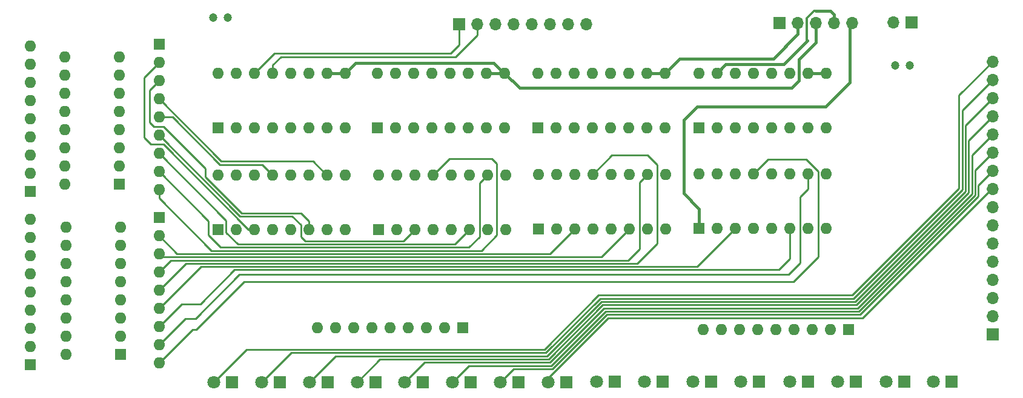
<source format=gbr>
%TF.GenerationSoftware,KiCad,Pcbnew,(5.1.9-0-10_14)*%
%TF.CreationDate,2021-04-19T21:01:21-04:00*%
%TF.ProjectId,MAR,4d41522e-6b69-4636-9164-5f7063625858,rev?*%
%TF.SameCoordinates,Original*%
%TF.FileFunction,Copper,L2,Inr*%
%TF.FilePolarity,Positive*%
%FSLAX46Y46*%
G04 Gerber Fmt 4.6, Leading zero omitted, Abs format (unit mm)*
G04 Created by KiCad (PCBNEW (5.1.9-0-10_14)) date 2021-04-19 21:01:21*
%MOMM*%
%LPD*%
G01*
G04 APERTURE LIST*
%TA.AperFunction,ComponentPad*%
%ADD10C,1.200000*%
%TD*%
%TA.AperFunction,ComponentPad*%
%ADD11O,1.700000X1.700000*%
%TD*%
%TA.AperFunction,ComponentPad*%
%ADD12R,1.700000X1.700000*%
%TD*%
%TA.AperFunction,ComponentPad*%
%ADD13O,1.600000X1.600000*%
%TD*%
%TA.AperFunction,ComponentPad*%
%ADD14R,1.600000X1.600000*%
%TD*%
%TA.AperFunction,ComponentPad*%
%ADD15R,1.800000X1.800000*%
%TD*%
%TA.AperFunction,ComponentPad*%
%ADD16C,1.800000*%
%TD*%
%TA.AperFunction,Conductor*%
%ADD17C,0.250000*%
%TD*%
%TA.AperFunction,Conductor*%
%ADD18C,0.400000*%
%TD*%
%TA.AperFunction,Conductor*%
%ADD19C,0.300000*%
%TD*%
G04 APERTURE END LIST*
D10*
%TO.N,GND*%
%TO.C,C2*%
X86007501Y-75927001D03*
%TO.N,Net-(C2-Pad1)*%
X84007501Y-75927001D03*
%TD*%
D11*
%TO.N,/Memory Address Register/RAM_MODE*%
%TO.C,J4*%
X173355000Y-76708000D03*
%TO.N,/Memory Address Register/RAM_RESET*%
X170815000Y-76708000D03*
%TO.N,/Memory Address Register/MAR1_LATCH*%
X168275000Y-76708000D03*
%TO.N,/Memory Address Register/MAR2_LATCH*%
X165735000Y-76708000D03*
D12*
%TO.N,/Memory Address Register/CLOCK*%
X163195000Y-76708000D03*
%TD*%
D11*
%TO.N,Net-(J3-Pad2)*%
%TO.C,J3*%
X179067500Y-76616500D03*
D12*
%TO.N,GND*%
X181607500Y-76616500D03*
%TD*%
D10*
%TO.N,GND*%
%TO.C,C1*%
X181387500Y-82613500D03*
%TO.N,VCC*%
X179387500Y-82613500D03*
%TD*%
D11*
%TO.N,/Memory Address Register/BUS8*%
%TO.C,J2*%
X136144000Y-76835000D03*
%TO.N,/Memory Address Register/BUS7*%
X133604000Y-76835000D03*
%TO.N,/Memory Address Register/BUS6*%
X131064000Y-76835000D03*
%TO.N,/Memory Address Register/BUS5*%
X128524000Y-76835000D03*
%TO.N,/Memory Address Register/BUS4*%
X125984000Y-76835000D03*
%TO.N,/Memory Address Register/BUS3*%
X123444000Y-76835000D03*
%TO.N,/Memory Address Register/BUS2*%
X120904000Y-76835000D03*
D12*
%TO.N,/Memory Address Register/BUS1*%
X118364000Y-76835000D03*
%TD*%
D11*
%TO.N,/Memory Address Register/MAR16*%
%TO.C,J1*%
X192976500Y-82105500D03*
%TO.N,/Memory Address Register/MAR15*%
X192976500Y-84645500D03*
%TO.N,/Memory Address Register/MAR14*%
X192976500Y-87185500D03*
%TO.N,/Memory Address Register/MAR13*%
X192976500Y-89725500D03*
%TO.N,/Memory Address Register/MAR12*%
X192976500Y-92265500D03*
%TO.N,/Memory Address Register/MAR11*%
X192976500Y-94805500D03*
%TO.N,/Memory Address Register/MAR10*%
X192976500Y-97345500D03*
%TO.N,/Memory Address Register/MAR9*%
X192976500Y-99885500D03*
%TO.N,/Memory Address Register/MAR8*%
X192976500Y-102425500D03*
%TO.N,/Memory Address Register/MAR7*%
X192976500Y-104965500D03*
%TO.N,/Memory Address Register/MAR6*%
X192976500Y-107505500D03*
%TO.N,/Memory Address Register/MAR5*%
X192976500Y-110045500D03*
%TO.N,/Memory Address Register/MAR4*%
X192976500Y-112585500D03*
%TO.N,/Memory Address Register/MAR3*%
X192976500Y-115125500D03*
%TO.N,/Memory Address Register/MAR2*%
X192976500Y-117665500D03*
D12*
%TO.N,/Memory Address Register/MAR1*%
X192976500Y-120205500D03*
%TD*%
D13*
%TO.N,+5V*%
%TO.C,U8*%
X151955500Y-97790000D03*
%TO.N,GND*%
X169735500Y-105410000D03*
X154495500Y-97790000D03*
%TO.N,/Memory Address Register/MAR14*%
X167195500Y-105410000D03*
%TO.N,Net-(U7-Pad6)*%
X157035500Y-97790000D03*
%TO.N,Net-(RN1-Pad7)*%
X164655500Y-105410000D03*
%TO.N,Net-(RN1-Pad9)*%
X159575500Y-97790000D03*
%TO.N,Net-(U7-Pad4)*%
X162115500Y-105410000D03*
%TO.N,/Memory Address Register/MAR16*%
X162115500Y-97790000D03*
%TO.N,/Memory Address Register/MAR13*%
X159575500Y-105410000D03*
%TO.N,Net-(U7-Pad5)*%
X164655500Y-97790000D03*
%TO.N,Net-(RN1-Pad6)*%
X157035500Y-105410000D03*
%TO.N,Net-(RN1-Pad8)*%
X167195500Y-97790000D03*
%TO.N,Net-(U7-Pad3)*%
X154495500Y-105410000D03*
%TO.N,/Memory Address Register/MAR15*%
X169735500Y-97790000D03*
D14*
%TO.N,/Memory Address Register/RAM_MODE*%
X151955500Y-105410000D03*
%TD*%
D13*
%TO.N,+5V*%
%TO.C,U7*%
X151892000Y-83693000D03*
%TO.N,GND*%
X169672000Y-91313000D03*
%TO.N,/Memory Address Register/RAM_RESET*%
X154432000Y-83693000D03*
%TO.N,/Memory Address Register/CLOCK*%
X167132000Y-91313000D03*
%TO.N,/Memory Address Register/BUS5*%
X156972000Y-83693000D03*
%TO.N,Net-(U7-Pad6)*%
X164592000Y-91313000D03*
%TO.N,/Memory Address Register/BUS6*%
X159512000Y-83693000D03*
%TO.N,Net-(U7-Pad5)*%
X162052000Y-91313000D03*
%TO.N,/Memory Address Register/BUS7*%
X162052000Y-83693000D03*
%TO.N,Net-(U7-Pad4)*%
X159512000Y-91313000D03*
%TO.N,/Memory Address Register/BUS8*%
X164592000Y-83693000D03*
%TO.N,Net-(U7-Pad3)*%
X156972000Y-91313000D03*
%TO.N,/Memory Address Register/MAR2_LATCH*%
X167132000Y-83693000D03*
%TO.N,GND*%
X154432000Y-91313000D03*
%TO.N,/Memory Address Register/MAR2_LATCH*%
X169672000Y-83693000D03*
D14*
%TO.N,GND*%
X151892000Y-91313000D03*
%TD*%
D13*
%TO.N,+5V*%
%TO.C,U6*%
X129476500Y-97853500D03*
%TO.N,GND*%
X147256500Y-105473500D03*
X132016500Y-97853500D03*
%TO.N,/Memory Address Register/MAR10*%
X144716500Y-105473500D03*
%TO.N,Net-(U4-Pad6)*%
X134556500Y-97853500D03*
%TO.N,Net-(RN1-Pad3)*%
X142176500Y-105473500D03*
%TO.N,Net-(RN1-Pad5)*%
X137096500Y-97853500D03*
%TO.N,Net-(U4-Pad4)*%
X139636500Y-105473500D03*
%TO.N,/Memory Address Register/MAR12*%
X139636500Y-97853500D03*
%TO.N,/Memory Address Register/MAR9*%
X137096500Y-105473500D03*
%TO.N,Net-(U4-Pad5)*%
X142176500Y-97853500D03*
%TO.N,Net-(RN1-Pad2)*%
X134556500Y-105473500D03*
%TO.N,Net-(RN1-Pad4)*%
X144716500Y-97853500D03*
%TO.N,Net-(U4-Pad3)*%
X132016500Y-105473500D03*
%TO.N,/Memory Address Register/MAR11*%
X147256500Y-97853500D03*
D14*
%TO.N,/Memory Address Register/RAM_MODE*%
X129476500Y-105473500D03*
%TD*%
D13*
%TO.N,+5V*%
%TO.C,U5*%
X107124500Y-97917000D03*
%TO.N,GND*%
X124904500Y-105537000D03*
X109664500Y-97917000D03*
%TO.N,/Memory Address Register/MAR6*%
X122364500Y-105537000D03*
%TO.N,Net-(U2-Pad6)*%
X112204500Y-97917000D03*
%TO.N,Net-(RN3-Pad7)*%
X119824500Y-105537000D03*
%TO.N,Net-(RN3-Pad9)*%
X114744500Y-97917000D03*
%TO.N,Net-(U2-Pad4)*%
X117284500Y-105537000D03*
%TO.N,/Memory Address Register/MAR8*%
X117284500Y-97917000D03*
%TO.N,/Memory Address Register/MAR5*%
X114744500Y-105537000D03*
%TO.N,Net-(U2-Pad5)*%
X119824500Y-97917000D03*
%TO.N,Net-(RN3-Pad6)*%
X112204500Y-105537000D03*
%TO.N,Net-(RN3-Pad8)*%
X122364500Y-97917000D03*
%TO.N,Net-(U2-Pad3)*%
X109664500Y-105537000D03*
%TO.N,/Memory Address Register/MAR7*%
X124904500Y-97917000D03*
D14*
%TO.N,/Memory Address Register/RAM_MODE*%
X107124500Y-105537000D03*
%TD*%
D13*
%TO.N,+5V*%
%TO.C,U4*%
X129413000Y-83693000D03*
%TO.N,GND*%
X147193000Y-91313000D03*
%TO.N,/Memory Address Register/RAM_RESET*%
X131953000Y-83693000D03*
%TO.N,/Memory Address Register/CLOCK*%
X144653000Y-91313000D03*
%TO.N,/Memory Address Register/BUS1*%
X134493000Y-83693000D03*
%TO.N,Net-(U4-Pad6)*%
X142113000Y-91313000D03*
%TO.N,/Memory Address Register/BUS2*%
X137033000Y-83693000D03*
%TO.N,Net-(U4-Pad5)*%
X139573000Y-91313000D03*
%TO.N,/Memory Address Register/BUS3*%
X139573000Y-83693000D03*
%TO.N,Net-(U4-Pad4)*%
X137033000Y-91313000D03*
%TO.N,/Memory Address Register/BUS4*%
X142113000Y-83693000D03*
%TO.N,Net-(U4-Pad3)*%
X134493000Y-91313000D03*
%TO.N,/Memory Address Register/MAR2_LATCH*%
X144653000Y-83693000D03*
%TO.N,GND*%
X131953000Y-91313000D03*
%TO.N,/Memory Address Register/MAR2_LATCH*%
X147193000Y-83693000D03*
D14*
%TO.N,GND*%
X129413000Y-91313000D03*
%TD*%
D13*
%TO.N,+5V*%
%TO.C,U3*%
X84709000Y-97917000D03*
%TO.N,GND*%
X102489000Y-105537000D03*
X87249000Y-97917000D03*
%TO.N,/Memory Address Register/MAR2*%
X99949000Y-105537000D03*
%TO.N,Net-(U1-Pad6)*%
X89789000Y-97917000D03*
%TO.N,Net-(RN3-Pad3)*%
X97409000Y-105537000D03*
%TO.N,Net-(RN3-Pad5)*%
X92329000Y-97917000D03*
%TO.N,Net-(U1-Pad4)*%
X94869000Y-105537000D03*
%TO.N,/Memory Address Register/MAR4*%
X94869000Y-97917000D03*
%TO.N,/Memory Address Register/MAR1*%
X92329000Y-105537000D03*
%TO.N,Net-(U1-Pad5)*%
X97409000Y-97917000D03*
%TO.N,Net-(RN3-Pad2)*%
X89789000Y-105537000D03*
%TO.N,Net-(RN3-Pad4)*%
X99949000Y-97917000D03*
%TO.N,Net-(U1-Pad3)*%
X87249000Y-105537000D03*
%TO.N,/Memory Address Register/MAR3*%
X102489000Y-97917000D03*
D14*
%TO.N,/Memory Address Register/RAM_MODE*%
X84709000Y-105537000D03*
%TD*%
D13*
%TO.N,+5V*%
%TO.C,U2*%
X106997500Y-83693000D03*
%TO.N,GND*%
X124777500Y-91313000D03*
%TO.N,/Memory Address Register/RAM_RESET*%
X109537500Y-83693000D03*
%TO.N,/Memory Address Register/CLOCK*%
X122237500Y-91313000D03*
%TO.N,/Memory Address Register/BUS5*%
X112077500Y-83693000D03*
%TO.N,Net-(U2-Pad6)*%
X119697500Y-91313000D03*
%TO.N,/Memory Address Register/BUS6*%
X114617500Y-83693000D03*
%TO.N,Net-(U2-Pad5)*%
X117157500Y-91313000D03*
%TO.N,/Memory Address Register/BUS7*%
X117157500Y-83693000D03*
%TO.N,Net-(U2-Pad4)*%
X114617500Y-91313000D03*
%TO.N,/Memory Address Register/BUS8*%
X119697500Y-83693000D03*
%TO.N,Net-(U2-Pad3)*%
X112077500Y-91313000D03*
%TO.N,/Memory Address Register/MAR1_LATCH*%
X122237500Y-83693000D03*
%TO.N,GND*%
X109537500Y-91313000D03*
%TO.N,/Memory Address Register/MAR1_LATCH*%
X124777500Y-83693000D03*
D14*
%TO.N,GND*%
X106997500Y-91313000D03*
%TD*%
D13*
%TO.N,+5V*%
%TO.C,U1*%
X84709000Y-83693000D03*
%TO.N,GND*%
X102489000Y-91313000D03*
%TO.N,/Memory Address Register/RAM_RESET*%
X87249000Y-83693000D03*
%TO.N,/Memory Address Register/CLOCK*%
X99949000Y-91313000D03*
%TO.N,/Memory Address Register/BUS1*%
X89789000Y-83693000D03*
%TO.N,Net-(U1-Pad6)*%
X97409000Y-91313000D03*
%TO.N,/Memory Address Register/BUS2*%
X92329000Y-83693000D03*
%TO.N,Net-(U1-Pad5)*%
X94869000Y-91313000D03*
%TO.N,/Memory Address Register/BUS3*%
X94869000Y-83693000D03*
%TO.N,Net-(U1-Pad4)*%
X92329000Y-91313000D03*
%TO.N,/Memory Address Register/BUS4*%
X97409000Y-83693000D03*
%TO.N,Net-(U1-Pad3)*%
X89789000Y-91313000D03*
%TO.N,/Memory Address Register/MAR1_LATCH*%
X99949000Y-83693000D03*
%TO.N,GND*%
X87249000Y-91313000D03*
%TO.N,/Memory Address Register/MAR1_LATCH*%
X102489000Y-83693000D03*
D14*
%TO.N,GND*%
X84709000Y-91313000D03*
%TD*%
D13*
%TO.N,Net-(RN4-Pad2)*%
%TO.C,SW2*%
X63309500Y-99187000D03*
%TO.N,Net-(RN3-Pad2)*%
X70929500Y-81407000D03*
%TO.N,Net-(RN4-Pad3)*%
X63309500Y-96647000D03*
%TO.N,Net-(RN3-Pad3)*%
X70929500Y-83947000D03*
%TO.N,Net-(RN4-Pad4)*%
X63309500Y-94107000D03*
%TO.N,Net-(RN3-Pad4)*%
X70929500Y-86487000D03*
%TO.N,Net-(RN4-Pad5)*%
X63309500Y-91567000D03*
%TO.N,Net-(RN3-Pad5)*%
X70929500Y-89027000D03*
%TO.N,Net-(RN4-Pad6)*%
X63309500Y-89027000D03*
%TO.N,Net-(RN3-Pad6)*%
X70929500Y-91567000D03*
%TO.N,Net-(RN4-Pad7)*%
X63309500Y-86487000D03*
%TO.N,Net-(RN3-Pad7)*%
X70929500Y-94107000D03*
%TO.N,Net-(RN4-Pad8)*%
X63309500Y-83947000D03*
%TO.N,Net-(RN3-Pad8)*%
X70929500Y-96647000D03*
%TO.N,Net-(RN4-Pad9)*%
X63309500Y-81407000D03*
D14*
%TO.N,Net-(RN3-Pad9)*%
X70929500Y-99187000D03*
%TD*%
D13*
%TO.N,Net-(RN2-Pad2)*%
%TO.C,SW1*%
X63436500Y-122999500D03*
%TO.N,Net-(RN1-Pad2)*%
X71056500Y-105219500D03*
%TO.N,Net-(RN2-Pad3)*%
X63436500Y-120459500D03*
%TO.N,Net-(RN1-Pad3)*%
X71056500Y-107759500D03*
%TO.N,Net-(RN2-Pad4)*%
X63436500Y-117919500D03*
%TO.N,Net-(RN1-Pad4)*%
X71056500Y-110299500D03*
%TO.N,Net-(RN2-Pad5)*%
X63436500Y-115379500D03*
%TO.N,Net-(RN1-Pad5)*%
X71056500Y-112839500D03*
%TO.N,Net-(RN2-Pad6)*%
X63436500Y-112839500D03*
%TO.N,Net-(RN1-Pad6)*%
X71056500Y-115379500D03*
%TO.N,Net-(RN2-Pad7)*%
X63436500Y-110299500D03*
%TO.N,Net-(RN1-Pad7)*%
X71056500Y-117919500D03*
%TO.N,Net-(RN2-Pad8)*%
X63436500Y-107759500D03*
%TO.N,Net-(RN1-Pad8)*%
X71056500Y-120459500D03*
%TO.N,Net-(RN2-Pad9)*%
X63436500Y-105219500D03*
D14*
%TO.N,Net-(RN1-Pad9)*%
X71056500Y-122999500D03*
%TD*%
D13*
%TO.N,Net-(D9-Pad1)*%
%TO.C,RN6*%
X152527000Y-119507000D03*
%TO.N,Net-(D10-Pad1)*%
X155067000Y-119507000D03*
%TO.N,Net-(D11-Pad1)*%
X157607000Y-119507000D03*
%TO.N,Net-(D12-Pad1)*%
X160147000Y-119507000D03*
%TO.N,Net-(D13-Pad1)*%
X162687000Y-119507000D03*
%TO.N,Net-(D14-Pad1)*%
X165227000Y-119507000D03*
%TO.N,Net-(D15-Pad1)*%
X167767000Y-119507000D03*
%TO.N,Net-(D16-Pad1)*%
X170307000Y-119507000D03*
D14*
%TO.N,GND*%
X172847000Y-119507000D03*
%TD*%
D13*
%TO.N,Net-(D1-Pad1)*%
%TO.C,RN5*%
X98552000Y-119316500D03*
%TO.N,Net-(D2-Pad1)*%
X101092000Y-119316500D03*
%TO.N,Net-(D3-Pad1)*%
X103632000Y-119316500D03*
%TO.N,Net-(D4-Pad1)*%
X106172000Y-119316500D03*
%TO.N,Net-(D5-Pad1)*%
X108712000Y-119316500D03*
%TO.N,Net-(D6-Pad1)*%
X111252000Y-119316500D03*
%TO.N,Net-(D7-Pad1)*%
X113792000Y-119316500D03*
%TO.N,Net-(D8-Pad1)*%
X116332000Y-119316500D03*
D14*
%TO.N,GND*%
X118872000Y-119316500D03*
%TD*%
D13*
%TO.N,Net-(RN4-Pad9)*%
%TO.C,RN4*%
X58420000Y-79946500D03*
%TO.N,Net-(RN4-Pad8)*%
X58420000Y-82486500D03*
%TO.N,Net-(RN4-Pad7)*%
X58420000Y-85026500D03*
%TO.N,Net-(RN4-Pad6)*%
X58420000Y-87566500D03*
%TO.N,Net-(RN4-Pad5)*%
X58420000Y-90106500D03*
%TO.N,Net-(RN4-Pad4)*%
X58420000Y-92646500D03*
%TO.N,Net-(RN4-Pad3)*%
X58420000Y-95186500D03*
%TO.N,Net-(RN4-Pad2)*%
X58420000Y-97726500D03*
D14*
%TO.N,+5V*%
X58420000Y-100266500D03*
%TD*%
D13*
%TO.N,Net-(RN3-Pad9)*%
%TO.C,RN3*%
X76454000Y-100012500D03*
%TO.N,Net-(RN3-Pad8)*%
X76454000Y-97472500D03*
%TO.N,Net-(RN3-Pad7)*%
X76454000Y-94932500D03*
%TO.N,Net-(RN3-Pad6)*%
X76454000Y-92392500D03*
%TO.N,Net-(RN3-Pad5)*%
X76454000Y-89852500D03*
%TO.N,Net-(RN3-Pad4)*%
X76454000Y-87312500D03*
%TO.N,Net-(RN3-Pad3)*%
X76454000Y-84772500D03*
%TO.N,Net-(RN3-Pad2)*%
X76454000Y-82232500D03*
D14*
%TO.N,GND*%
X76454000Y-79692500D03*
%TD*%
D13*
%TO.N,Net-(RN2-Pad9)*%
%TO.C,RN2*%
X58420000Y-104140000D03*
%TO.N,Net-(RN2-Pad8)*%
X58420000Y-106680000D03*
%TO.N,Net-(RN2-Pad7)*%
X58420000Y-109220000D03*
%TO.N,Net-(RN2-Pad6)*%
X58420000Y-111760000D03*
%TO.N,Net-(RN2-Pad5)*%
X58420000Y-114300000D03*
%TO.N,Net-(RN2-Pad4)*%
X58420000Y-116840000D03*
%TO.N,Net-(RN2-Pad3)*%
X58420000Y-119380000D03*
%TO.N,Net-(RN2-Pad2)*%
X58420000Y-121920000D03*
D14*
%TO.N,+5V*%
X58420000Y-124460000D03*
%TD*%
D13*
%TO.N,Net-(RN1-Pad9)*%
%TO.C,RN1*%
X76454000Y-124206000D03*
%TO.N,Net-(RN1-Pad8)*%
X76454000Y-121666000D03*
%TO.N,Net-(RN1-Pad7)*%
X76454000Y-119126000D03*
%TO.N,Net-(RN1-Pad6)*%
X76454000Y-116586000D03*
%TO.N,Net-(RN1-Pad5)*%
X76454000Y-114046000D03*
%TO.N,Net-(RN1-Pad4)*%
X76454000Y-111506000D03*
%TO.N,Net-(RN1-Pad3)*%
X76454000Y-108966000D03*
%TO.N,Net-(RN1-Pad2)*%
X76454000Y-106426000D03*
D14*
%TO.N,GND*%
X76454000Y-103886000D03*
%TD*%
D15*
%TO.N,Net-(D16-Pad1)*%
%TO.C,D16*%
X187261500Y-126809500D03*
D16*
%TO.N,/Memory Address Register/MAR1*%
X184721500Y-126809500D03*
%TD*%
%TO.N,/Memory Address Register/MAR2*%
%TO.C,D15*%
X178054000Y-126809500D03*
D15*
%TO.N,Net-(D15-Pad1)*%
X180594000Y-126809500D03*
%TD*%
D16*
%TO.N,/Memory Address Register/MAR3*%
%TO.C,D14*%
X171323000Y-126809500D03*
D15*
%TO.N,Net-(D14-Pad1)*%
X173863000Y-126809500D03*
%TD*%
D16*
%TO.N,/Memory Address Register/MAR4*%
%TO.C,D13*%
X164592000Y-126809500D03*
D15*
%TO.N,Net-(D13-Pad1)*%
X167132000Y-126809500D03*
%TD*%
D16*
%TO.N,/Memory Address Register/MAR5*%
%TO.C,D12*%
X157797500Y-126809500D03*
D15*
%TO.N,Net-(D12-Pad1)*%
X160337500Y-126809500D03*
%TD*%
D16*
%TO.N,/Memory Address Register/MAR6*%
%TO.C,D11*%
X151066500Y-126809500D03*
D15*
%TO.N,Net-(D11-Pad1)*%
X153606500Y-126809500D03*
%TD*%
D16*
%TO.N,/Memory Address Register/MAR7*%
%TO.C,D10*%
X144335500Y-126809500D03*
D15*
%TO.N,Net-(D10-Pad1)*%
X146875500Y-126809500D03*
%TD*%
D16*
%TO.N,/Memory Address Register/MAR8*%
%TO.C,D9*%
X137604500Y-126809500D03*
D15*
%TO.N,Net-(D9-Pad1)*%
X140144500Y-126809500D03*
%TD*%
D16*
%TO.N,/Memory Address Register/MAR9*%
%TO.C,D8*%
X130810000Y-126873000D03*
D15*
%TO.N,Net-(D8-Pad1)*%
X133350000Y-126873000D03*
%TD*%
D16*
%TO.N,/Memory Address Register/MAR10*%
%TO.C,D7*%
X124142500Y-126873000D03*
D15*
%TO.N,Net-(D7-Pad1)*%
X126682500Y-126873000D03*
%TD*%
D16*
%TO.N,/Memory Address Register/MAR11*%
%TO.C,D6*%
X117475000Y-126873000D03*
D15*
%TO.N,Net-(D6-Pad1)*%
X120015000Y-126873000D03*
%TD*%
D16*
%TO.N,/Memory Address Register/MAR12*%
%TO.C,D5*%
X110807500Y-126873000D03*
D15*
%TO.N,Net-(D5-Pad1)*%
X113347500Y-126873000D03*
%TD*%
D16*
%TO.N,/Memory Address Register/MAR13*%
%TO.C,D4*%
X104140000Y-126873000D03*
D15*
%TO.N,Net-(D4-Pad1)*%
X106680000Y-126873000D03*
%TD*%
D16*
%TO.N,/Memory Address Register/MAR14*%
%TO.C,D3*%
X97472500Y-126873000D03*
D15*
%TO.N,Net-(D3-Pad1)*%
X100012500Y-126873000D03*
%TD*%
D16*
%TO.N,/Memory Address Register/MAR15*%
%TO.C,D2*%
X90805000Y-126873000D03*
D15*
%TO.N,Net-(D2-Pad1)*%
X93345000Y-126873000D03*
%TD*%
D16*
%TO.N,/Memory Address Register/MAR16*%
%TO.C,D1*%
X84074000Y-126873000D03*
D15*
%TO.N,Net-(D1-Pad1)*%
X86614000Y-126873000D03*
%TD*%
D17*
%TO.N,/Memory Address Register/MAR16*%
X188277500Y-99822000D02*
X188277500Y-86804500D01*
X173355000Y-114744500D02*
X188277500Y-99822000D01*
X130302000Y-122301000D02*
X137858500Y-114744500D01*
X137858500Y-114744500D02*
X173355000Y-114744500D01*
X188277500Y-86804500D02*
X192976500Y-82105500D01*
X84074000Y-126873000D02*
X88646000Y-122301000D01*
X88646000Y-122301000D02*
X130302000Y-122301000D01*
%TO.N,/Memory Address Register/MAR15*%
X192976500Y-85446498D02*
X192976500Y-84645500D01*
X188727511Y-100008400D02*
X173541400Y-115194511D01*
X192976500Y-84645500D02*
X188727511Y-88894489D01*
X188727511Y-88894489D02*
X188727511Y-100008400D01*
X138098523Y-115194511D02*
X130511589Y-122781445D01*
X94896555Y-122781445D02*
X90805000Y-126873000D01*
X130511589Y-122781445D02*
X94896555Y-122781445D01*
X173541400Y-115194511D02*
X138098523Y-115194511D01*
%TO.N,/Memory Address Register/MAR14*%
X138284923Y-115644522D02*
X130697989Y-123231456D01*
X130697989Y-123231456D02*
X101114044Y-123231456D01*
X101114044Y-123231456D02*
X97472500Y-126873000D01*
X173727800Y-115644522D02*
X138284923Y-115644522D01*
X189177522Y-100194800D02*
X173727800Y-115644522D01*
X189177522Y-90984478D02*
X189177522Y-100194800D01*
X192976500Y-87185500D02*
X189177522Y-90984478D01*
%TO.N,/Memory Address Register/MAR13*%
X189627533Y-100381200D02*
X189627533Y-93074467D01*
X104140000Y-126873000D02*
X107331533Y-123681467D01*
X189627533Y-93074467D02*
X192976500Y-89725500D01*
X138471323Y-116094533D02*
X173914200Y-116094533D01*
X173914200Y-116094533D02*
X189627533Y-100381200D01*
X130884389Y-123681467D02*
X138471323Y-116094533D01*
X107331533Y-123681467D02*
X130884389Y-123681467D01*
%TO.N,/Memory Address Register/MAR12*%
X174100600Y-116544544D02*
X138657723Y-116544544D01*
X131070789Y-124131478D02*
X113549022Y-124131478D01*
X190077544Y-100567600D02*
X174100600Y-116544544D01*
X138657723Y-116544544D02*
X131070789Y-124131478D01*
X190077544Y-95164456D02*
X190077544Y-100567600D01*
X113549022Y-124131478D02*
X110807500Y-126873000D01*
X192976500Y-92265500D02*
X190077544Y-95164456D01*
%TO.N,/Memory Address Register/MAR11*%
X138844123Y-116994555D02*
X174287000Y-116994555D01*
X174287000Y-116994555D02*
X190527555Y-100754000D01*
X119766511Y-124581489D02*
X131257189Y-124581489D01*
X117475000Y-126873000D02*
X119766511Y-124581489D01*
X190527555Y-97254445D02*
X192976500Y-94805500D01*
X131257189Y-124581489D02*
X138844123Y-116994555D01*
X190527555Y-100754000D02*
X190527555Y-97254445D01*
%TO.N,/Memory Address Register/MAR10*%
X125984000Y-125031500D02*
X124142500Y-126873000D01*
X139030523Y-117444566D02*
X131443589Y-125031500D01*
X190977566Y-100940400D02*
X174473400Y-117444566D01*
X174473400Y-117444566D02*
X139030523Y-117444566D01*
X131443589Y-125031500D02*
X125984000Y-125031500D01*
X192976500Y-97345500D02*
X190977566Y-99344434D01*
X190977566Y-99344434D02*
X190977566Y-100940400D01*
%TO.N,/Memory Address Register/MAR9*%
X139216923Y-117894577D02*
X130810000Y-126301500D01*
X174776923Y-117894577D02*
X139216923Y-117894577D01*
X130810000Y-126301500D02*
X130810000Y-126873000D01*
X192786000Y-99885500D02*
X174776923Y-117894577D01*
X192976500Y-99885500D02*
X192786000Y-99885500D01*
%TO.N,Net-(RN1-Pad9)*%
X161607500Y-95758000D02*
X159575500Y-97790000D01*
X168610499Y-97426999D02*
X166941500Y-95758000D01*
X166941500Y-95758000D02*
X161607500Y-95758000D01*
X168610499Y-109329001D02*
X168610499Y-97426999D01*
X88328500Y-112839500D02*
X165100000Y-112839500D01*
X81661000Y-119507000D02*
X88328500Y-112839500D01*
X81153000Y-119507000D02*
X81661000Y-119507000D01*
X165100000Y-112839500D02*
X168610499Y-109329001D01*
X76454000Y-124206000D02*
X81153000Y-119507000D01*
%TO.N,Net-(RN1-Pad8)*%
X76454000Y-121666000D02*
X80137000Y-117983000D01*
X80137000Y-117983000D02*
X81534000Y-117983000D01*
X81534000Y-117983000D02*
X87693500Y-111823500D01*
X87693500Y-111823500D02*
X164465000Y-111823500D01*
X166070499Y-110218001D02*
X166070499Y-101010501D01*
X164465000Y-111823500D02*
X166070499Y-110218001D01*
X167195500Y-99885500D02*
X167195500Y-97790000D01*
X166070499Y-101010501D02*
X167195500Y-99885500D01*
%TO.N,Net-(RN1-Pad7)*%
X76454000Y-119126000D02*
X79629000Y-115951000D01*
X79629000Y-115951000D02*
X82232500Y-115951000D01*
X82232500Y-115951000D02*
X86995000Y-111188500D01*
X164655500Y-109615002D02*
X164655500Y-105410000D01*
X163082002Y-111188500D02*
X164655500Y-109615002D01*
X86995000Y-111188500D02*
X163082002Y-111188500D01*
%TO.N,Net-(RN1-Pad6)*%
X76454000Y-116586000D02*
X82301511Y-110738489D01*
X82301511Y-110738489D02*
X151707011Y-110738489D01*
X151707011Y-110738489D02*
X157035500Y-105410000D01*
%TO.N,Net-(RN1-Pad5)*%
X143267022Y-110288478D02*
X146050000Y-107505500D01*
X144716500Y-95186500D02*
X139763500Y-95186500D01*
X76454000Y-114046000D02*
X80211522Y-110288478D01*
X146050000Y-107505500D02*
X146050000Y-96520000D01*
X146050000Y-96520000D02*
X144716500Y-95186500D01*
X80211522Y-110288478D02*
X143267022Y-110288478D01*
X139763500Y-95186500D02*
X137096500Y-97853500D01*
%TO.N,Net-(RN1-Pad4)*%
X143591499Y-108249501D02*
X143591499Y-98978501D01*
X78121533Y-109838467D02*
X142002533Y-109838467D01*
X143591499Y-98978501D02*
X144716500Y-97853500D01*
X142002533Y-109838467D02*
X143591499Y-108249501D01*
X76454000Y-111506000D02*
X78121533Y-109838467D01*
%TO.N,Net-(RN1-Pad3)*%
X138261544Y-109388456D02*
X142176500Y-105473500D01*
X76454000Y-108966000D02*
X76876456Y-109388456D01*
X76876456Y-109388456D02*
X138261544Y-109388456D01*
%TO.N,Net-(RN1-Pad2)*%
X131091555Y-108938445D02*
X134556500Y-105473500D01*
X76454000Y-106426000D02*
X78966445Y-108938445D01*
X78966445Y-108938445D02*
X131091555Y-108938445D01*
%TO.N,Net-(RN3-Pad9)*%
X117030500Y-95631000D02*
X114744500Y-97917000D01*
X76454000Y-101143870D02*
X83798564Y-108488434D01*
X121508566Y-108488434D02*
X123634500Y-106362500D01*
X123634500Y-106362500D02*
X123634500Y-96329500D01*
X122936000Y-95631000D02*
X117030500Y-95631000D01*
X123634500Y-96329500D02*
X122936000Y-95631000D01*
X76454000Y-100012500D02*
X76454000Y-101143870D01*
X83798564Y-108488434D02*
X121508566Y-108488434D01*
%TO.N,Net-(RN3-Pad8)*%
X83317511Y-106319956D02*
X85035978Y-108038423D01*
X76454000Y-97472500D02*
X83317511Y-104336011D01*
X119736077Y-108038423D02*
X121239499Y-106535001D01*
X83317511Y-104336011D02*
X83317511Y-106319956D01*
X121239499Y-99042001D02*
X122364500Y-97917000D01*
X121239499Y-106535001D02*
X121239499Y-99042001D01*
X85035978Y-108038423D02*
X119736077Y-108038423D01*
%TO.N,Net-(RN3-Pad7)*%
X76454000Y-94932500D02*
X85834001Y-104312501D01*
X87458912Y-107588412D02*
X117773088Y-107588412D01*
X117773088Y-107588412D02*
X119824500Y-105537000D01*
X85834001Y-105963501D02*
X87458912Y-107588412D01*
X85834001Y-104312501D02*
X85834001Y-105963501D01*
%TO.N,Net-(RN3-Pad6)*%
X96283999Y-104919999D02*
X96283999Y-106535001D01*
X76454000Y-92392500D02*
X76459643Y-92392500D01*
X95065011Y-103701011D02*
X96283999Y-104919999D01*
X76459643Y-92392500D02*
X87768154Y-103701011D01*
X87768154Y-103701011D02*
X95065011Y-103701011D01*
X96283999Y-106535001D02*
X96887399Y-107138401D01*
X110603099Y-107138401D02*
X112204500Y-105537000D01*
X96887399Y-107138401D02*
X110603099Y-107138401D01*
%TO.N,Net-(RN3-Pad5)*%
X76454000Y-89852500D02*
X78357589Y-89852500D01*
X90874011Y-96462011D02*
X92329000Y-97917000D01*
X78357589Y-89852500D02*
X84967100Y-96462011D01*
X84967100Y-96462011D02*
X90874011Y-96462011D01*
%TO.N,Net-(RN3-Pad4)*%
X99885500Y-97917000D02*
X99949000Y-97917000D01*
X97980500Y-96012000D02*
X99885500Y-97917000D01*
X85153500Y-96012000D02*
X97980500Y-96012000D01*
X76454000Y-87312500D02*
X85153500Y-96012000D01*
%TO.N,Net-(RN3-Pad3)*%
X75755500Y-91186000D02*
X77089000Y-91186000D01*
X87954554Y-103251000D02*
X96254370Y-103251000D01*
X82931000Y-98227446D02*
X87954554Y-103251000D01*
X75120500Y-86106000D02*
X75120500Y-90551000D01*
X82931000Y-97028000D02*
X82931000Y-98227446D01*
X77089000Y-91186000D02*
X82931000Y-97028000D01*
X76454000Y-84772500D02*
X75120500Y-86106000D01*
X97409000Y-104405630D02*
X97409000Y-105537000D01*
X75120500Y-90551000D02*
X75755500Y-91186000D01*
X96254370Y-103251000D02*
X97409000Y-104405630D01*
%TO.N,Net-(RN3-Pad2)*%
X77093232Y-93662500D02*
X88967732Y-105537000D01*
X74358500Y-84328000D02*
X74358500Y-92710000D01*
X88967732Y-105537000D02*
X89789000Y-105537000D01*
X76454000Y-82232500D02*
X74358500Y-84328000D01*
X75311000Y-93662500D02*
X77093232Y-93662500D01*
X74358500Y-92710000D02*
X75311000Y-93662500D01*
D18*
%TO.N,/Memory Address Register/RAM_RESET*%
X170815000Y-76708000D02*
X170815000Y-75501500D01*
X170815000Y-75501500D02*
X170307000Y-74993500D01*
X170307000Y-74993500D02*
X168250498Y-74993500D01*
X167099999Y-79153001D02*
X163766500Y-82486500D01*
X155638500Y-82486500D02*
X154432000Y-83693000D01*
X163766500Y-82486500D02*
X155638500Y-82486500D01*
D19*
X167005000Y-79058002D02*
X167099999Y-79153001D01*
X167005000Y-76009500D02*
X167005000Y-79058002D01*
X168021000Y-74993500D02*
X167005000Y-76009500D01*
X168250498Y-74993500D02*
X168021000Y-74993500D01*
D17*
%TO.N,/Memory Address Register/BUS1*%
X118364000Y-76835000D02*
X118364000Y-79756000D01*
X118364000Y-79756000D02*
X117221000Y-80899000D01*
X92583000Y-80899000D02*
X89789000Y-83693000D01*
X117221000Y-80899000D02*
X92583000Y-80899000D01*
%TO.N,/Memory Address Register/BUS2*%
X120904000Y-76835000D02*
X120904000Y-78422500D01*
X120904000Y-78422500D02*
X117919500Y-81407000D01*
X117919500Y-81407000D02*
X93472000Y-81407000D01*
X92329000Y-82550000D02*
X92329000Y-83693000D01*
X93472000Y-81407000D02*
X92329000Y-82550000D01*
D18*
%TO.N,/Memory Address Register/MAR1_LATCH*%
X126873000Y-85788500D02*
X124777500Y-83693000D01*
X164592000Y-85788500D02*
X126873000Y-85788500D01*
X122237500Y-83693000D02*
X124777500Y-83693000D01*
X99949000Y-83693000D02*
X102489000Y-83693000D01*
X102489000Y-83693000D02*
X103886000Y-82296000D01*
X103886000Y-82296000D02*
X123253500Y-82296000D01*
D17*
X124650500Y-83693000D02*
X124777500Y-83693000D01*
D18*
X123253500Y-82296000D02*
X124650500Y-83693000D01*
X168275000Y-76708000D02*
X168275000Y-79438500D01*
X168275000Y-79438500D02*
X165925500Y-81788000D01*
X165925500Y-81788000D02*
X165925500Y-84709000D01*
X164846000Y-85788500D02*
X165925500Y-84709000D01*
X164846000Y-85788500D02*
X164592000Y-85788500D01*
%TO.N,/Memory Address Register/RAM_MODE*%
X151955500Y-102679500D02*
X151955500Y-105410000D01*
X149796500Y-100520500D02*
X151955500Y-102679500D01*
X149796500Y-94283498D02*
X149796500Y-100520500D01*
X169608500Y-88392000D02*
X155687998Y-88392000D01*
X173037500Y-84963000D02*
X169608500Y-88392000D01*
X155687998Y-88392000D02*
X151638000Y-88392000D01*
X149796500Y-90233500D02*
X149796500Y-94283498D01*
X151638000Y-88392000D02*
X149796500Y-90233500D01*
D17*
X173037500Y-77025500D02*
X173355000Y-76708000D01*
D18*
X173037500Y-84963000D02*
X173037500Y-77025500D01*
%TO.N,/Memory Address Register/MAR2_LATCH*%
X165735000Y-76708000D02*
X165735000Y-78232000D01*
X165735000Y-78232000D02*
X162306000Y-81661000D01*
X149225000Y-81661000D02*
X147193000Y-83693000D01*
X162306000Y-81661000D02*
X149225000Y-81661000D01*
X144653000Y-83693000D02*
X147193000Y-83693000D01*
X169672000Y-83693000D02*
X167132000Y-83693000D01*
%TD*%
M02*

</source>
